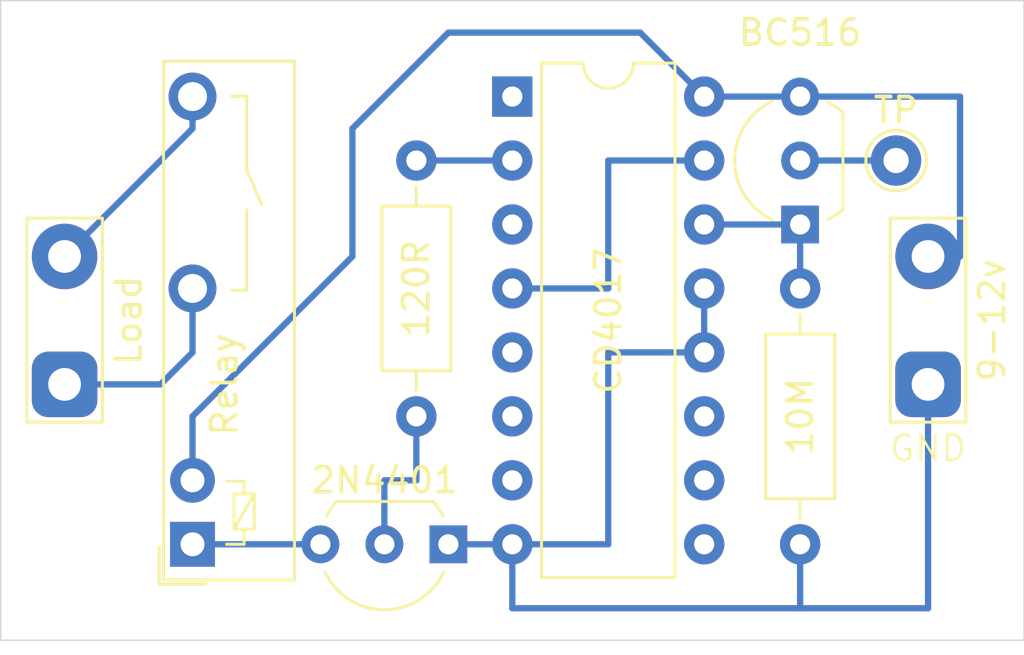
<source format=kicad_pcb>
(kicad_pcb (version 20171130) (host pcbnew "(5.1.5)-3")

  (general
    (thickness 1.6)
    (drawings 5)
    (tracks 36)
    (zones 0)
    (modules 9)
    (nets 1)
  )

  (page A4)
  (layers
    (0 F.Cu signal)
    (31 B.Cu signal)
    (32 B.Adhes user)
    (33 F.Adhes user)
    (34 B.Paste user)
    (35 F.Paste user)
    (36 B.SilkS user)
    (37 F.SilkS user)
    (38 B.Mask user)
    (39 F.Mask user)
    (40 Dwgs.User user)
    (41 Cmts.User user)
    (42 Eco1.User user)
    (43 Eco2.User user)
    (44 Edge.Cuts user)
    (45 Margin user)
    (46 B.CrtYd user)
    (47 F.CrtYd user)
    (48 B.Fab user)
    (49 F.Fab user hide)
  )

  (setup
    (last_trace_width 0.25)
    (trace_clearance 0.2)
    (zone_clearance 0.508)
    (zone_45_only no)
    (trace_min 0.2)
    (via_size 0.8)
    (via_drill 0.4)
    (via_min_size 0.4)
    (via_min_drill 0.3)
    (uvia_size 0.3)
    (uvia_drill 0.1)
    (uvias_allowed no)
    (uvia_min_size 0.2)
    (uvia_min_drill 0.1)
    (edge_width 0.05)
    (segment_width 0.2)
    (pcb_text_width 0.3)
    (pcb_text_size 1.5 1.5)
    (mod_edge_width 0.12)
    (mod_text_size 1 1)
    (mod_text_width 0.15)
    (pad_size 1.524 1.524)
    (pad_drill 0.762)
    (pad_to_mask_clearance 0.051)
    (solder_mask_min_width 0.25)
    (aux_axis_origin 0 0)
    (visible_elements 7FFFFFFF)
    (pcbplotparams
      (layerselection 0x010fc_ffffffff)
      (usegerberextensions false)
      (usegerberattributes false)
      (usegerberadvancedattributes false)
      (creategerberjobfile false)
      (excludeedgelayer true)
      (linewidth 0.100000)
      (plotframeref false)
      (viasonmask false)
      (mode 1)
      (useauxorigin false)
      (hpglpennumber 1)
      (hpglpenspeed 20)
      (hpglpendiameter 15.000000)
      (psnegative false)
      (psa4output false)
      (plotreference true)
      (plotvalue true)
      (plotinvisibletext false)
      (padsonsilk false)
      (subtractmaskfromsilk false)
      (outputformat 1)
      (mirror false)
      (drillshape 1)
      (scaleselection 1)
      (outputdirectory ""))
  )

  (net 0 "")

  (net_class Default "This is the default net class."
    (clearance 0.2)
    (trace_width 0.25)
    (via_dia 0.8)
    (via_drill 0.4)
    (uvia_dia 0.3)
    (uvia_drill 0.1)
  )

  (module TestPoint:TestPoint_2Pads_Pitch5.08mm_Drill1.3mm (layer F.Cu) (tedit 5BD71EB4) (tstamp 5E6D84F2)
    (at 146.05 58.42 90)
    (descr "Test point with 2 pads, pitch 5.08mm, hole diameter 1.3mm, wire diameter 1.0mm")
    (tags "CONN DEV")
    (attr virtual)
    (fp_text reference Load (at 2.54 2.54 90) (layer F.SilkS)
      (effects (font (size 1 1) (thickness 0.15)))
    )
    (fp_text value TestPoint_2Pads_Pitch5.08mm_Drill1.3mm (at 2.54 3 90) (layer F.Fab)
      (effects (font (size 1 1) (thickness 0.15)))
    )
    (fp_line (start 6.6 1.5) (end -1.5 1.5) (layer F.SilkS) (width 0.12))
    (fp_line (start -1.5 -1.5) (end 6.6 -1.5) (layer F.SilkS) (width 0.12))
    (fp_line (start 6.6 1.5) (end 6.6 -1.5) (layer F.SilkS) (width 0.12))
    (fp_line (start -1.5 -1.5) (end -1.5 1.5) (layer F.SilkS) (width 0.12))
    (fp_line (start 5.08 0) (end 0 0) (layer F.Fab) (width 0.1))
    (fp_line (start -1.8 -1.8) (end 6.88 -1.8) (layer F.CrtYd) (width 0.05))
    (fp_line (start -1.8 -1.8) (end -1.8 1.8) (layer F.CrtYd) (width 0.05))
    (fp_line (start 6.88 1.8) (end 6.88 -1.8) (layer F.CrtYd) (width 0.05))
    (fp_line (start 6.88 1.8) (end -1.8 1.8) (layer F.CrtYd) (width 0.05))
    (fp_text user %R (at 2.54 0 90) (layer F.Fab)
      (effects (font (size 1 1) (thickness 0.15)))
    )
    (pad 2 thru_hole circle (at 5.08 0 90) (size 2.6 2.6) (drill 1.3) (layers *.Cu *.Mask))
    (pad 1 thru_hole roundrect (at 0 0 90) (size 2.6 2.6) (drill 1.3) (layers *.Cu *.Mask) (roundrect_rratio 0.25))
  )

  (module Relay_THT:Relay_SPST_TE_PCN-1xxD3MHZ (layer F.Cu) (tedit 5C606F99) (tstamp 5E6D81F6)
    (at 151.13 64.77 90)
    (descr https://www.te.com/commerce/DocumentDelivery/DDEController?Action=showdoc&DocId=Customer+Drawing%7F1461491%7FG2%7Fpdf%7FEnglish%7FENG_CD_1461491_G2.pdf%7F3-1461491-0)
    (tags "SPST relay slim")
    (fp_text reference Relay (at 6.35 1.27 270) (layer F.SilkS)
      (effects (font (size 1 1) (thickness 0.15)))
    )
    (fp_text value Relay_SPST_TE_PCN-1xxD3MHZ (at 9.24 5.79 90) (layer F.Fab)
      (effects (font (size 1 1) (thickness 0.15)))
    )
    (fp_line (start -0.32 -1.05) (end -1.32 -0.04) (layer F.Fab) (width 0.1))
    (fp_line (start -1.59 -1.32) (end -0.1 -1.32) (layer F.SilkS) (width 0.12))
    (fp_line (start -1.59 0.53) (end -1.59 -1.32) (layer F.SilkS) (width 0.12))
    (fp_line (start 10.09 2.15) (end 10.09 1.55) (layer F.SilkS) (width 0.12))
    (fp_line (start 13.29 2.15) (end 10.09 2.15) (layer F.SilkS) (width 0.12))
    (fp_line (start 14.89 2.15) (end 13.49 2.75) (layer F.SilkS) (width 0.12))
    (fp_line (start 17.79 2.15) (end 14.89 2.15) (layer F.SilkS) (width 0.12))
    (fp_line (start 17.79 1.55) (end 17.79 2.15) (layer F.SilkS) (width 0.12))
    (fp_text user 1 (at -0.4 1.95 90) (layer F.Fab)
      (effects (font (size 1 1) (thickness 0.15)))
    )
    (fp_line (start 0.6 1.65) (end 2 2.45) (layer F.SilkS) (width 0.12))
    (fp_line (start 2.5 2.05) (end 2.5 1.35) (layer F.SilkS) (width 0.12))
    (fp_line (start 2 2.05) (end 2.5 2.05) (layer F.SilkS) (width 0.12))
    (fp_line (start 0.6 2.45) (end 0.6 2.05) (layer F.SilkS) (width 0.12))
    (fp_line (start 2 2.45) (end 0.6 2.45) (layer F.SilkS) (width 0.12))
    (fp_line (start 2 1.65) (end 2 2.45) (layer F.SilkS) (width 0.12))
    (fp_line (start 0.6 1.65) (end 2 1.65) (layer F.SilkS) (width 0.12))
    (fp_line (start 0.6 2.05) (end 0.6 1.65) (layer F.SilkS) (width 0.12))
    (fp_line (start 0 2.05) (end 0.6 2.05) (layer F.SilkS) (width 0.12))
    (fp_line (start 0 1.35) (end 0 2.05) (layer F.SilkS) (width 0.12))
    (fp_line (start 19.33 -1.3) (end -1.57 -1.3) (layer F.CrtYd) (width 0.05))
    (fp_line (start 19.33 4.2) (end 19.33 -1.3) (layer F.CrtYd) (width 0.05))
    (fp_line (start -1.57 4.2) (end 19.33 4.2) (layer F.CrtYd) (width 0.05))
    (fp_line (start -1.42 -1.15) (end -1.42 4.05) (layer F.SilkS) (width 0.12))
    (fp_line (start -1.42 4.05) (end 19.18 4.05) (layer F.SilkS) (width 0.12))
    (fp_line (start 19.18 4.05) (end 19.18 -1.15) (layer F.SilkS) (width 0.12))
    (fp_line (start 19.18 -1.15) (end -1.42 -1.15) (layer F.SilkS) (width 0.12))
    (fp_text user %R (at 8.75 1.53 90) (layer F.Fab)
      (effects (font (size 1 1) (thickness 0.15)))
    )
    (fp_line (start -0.32 -1.05) (end 19.08 -1.05) (layer F.Fab) (width 0.1))
    (fp_line (start 19.08 -1.05) (end 19.08 3.95) (layer F.Fab) (width 0.1))
    (fp_line (start 19.08 3.95) (end -1.32 3.95) (layer F.Fab) (width 0.1))
    (fp_line (start -1.32 3.95) (end -1.32 -0.04) (layer F.Fab) (width 0.1))
    (fp_line (start -1.57 -1.3) (end -1.57 4.2) (layer F.CrtYd) (width 0.05))
    (pad 4 thru_hole circle (at 17.78 0 90) (size 1.9 1.9) (drill 1.15) (layers *.Cu *.Mask))
    (pad 3 thru_hole circle (at 10.16 0 90) (size 1.9 1.9) (drill 1.15) (layers *.Cu *.Mask))
    (pad 1 thru_hole rect (at 0 0 90) (size 1.778 1.778) (drill 0.95) (layers *.Cu *.Mask))
    (pad 2 thru_hole circle (at 2.54 0 90) (size 1.778 1.778) (drill 0.95) (layers *.Cu *.Mask))
    (model ${KISYS3DMOD}/Relay_THT.3dshapes/Relay_SPST_TE_PCN-1xxD3MHZ.wrl
      (at (xyz 0 0 0))
      (scale (xyz 1 1 1))
      (rotate (xyz 0 0 0))
    )
  )

  (module TestPoint:TestPoint_THTPad_D2.0mm_Drill1.0mm (layer F.Cu) (tedit 5A0F774F) (tstamp 5E6D6ADD)
    (at 179.07 49.53)
    (descr "THT pad as test Point, diameter 2.0mm, hole diameter 1.0mm")
    (tags "test point THT pad")
    (attr virtual)
    (fp_text reference TP (at 0 -1.998) (layer F.SilkS)
      (effects (font (size 1 1) (thickness 0.15)))
    )
    (fp_text value TestPoint_THTPad_D2.0mm_Drill1.0mm (at 0 2.05) (layer F.Fab)
      (effects (font (size 1 1) (thickness 0.15)))
    )
    (fp_circle (center 0 0) (end 0 1.2) (layer F.SilkS) (width 0.12))
    (fp_circle (center 0 0) (end 1.5 0) (layer F.CrtYd) (width 0.05))
    (fp_text user %R (at 0 -2) (layer F.Fab)
      (effects (font (size 1 1) (thickness 0.15)))
    )
    (pad 1 thru_hole circle (at 0 0) (size 2 2) (drill 1) (layers *.Cu *.Mask))
  )

  (module Package_TO_SOT_THT:TO-92L_Inline_Wide (layer F.Cu) (tedit 5A11996A) (tstamp 5E6D67D0)
    (at 161.29 64.77 180)
    (descr "TO-92L leads in-line (large body variant of TO-92), also known as TO-226, wide, drill 0.75mm (see https://www.diodes.com/assets/Package-Files/TO92L.pdf and http://www.ti.com/lit/an/snoa059/snoa059.pdf)")
    (tags "TO-92L Inline Wide transistor")
    (fp_text reference 2N4401 (at 2.54 2.54) (layer F.SilkS)
      (effects (font (size 1 1) (thickness 0.15)))
    )
    (fp_text value TO-92L_Inline_Wide (at 2.54 2.79) (layer F.Fab)
      (effects (font (size 1 1) (thickness 0.15)))
    )
    (fp_arc (start 2.54 0) (end 4.45 1.7) (angle -15.88591585) (layer F.SilkS) (width 0.12))
    (fp_arc (start 2.54 0) (end 2.54 -2.48) (angle -130.2499344) (layer F.Fab) (width 0.1))
    (fp_arc (start 2.54 0) (end 2.54 -2.48) (angle 129.9527847) (layer F.Fab) (width 0.1))
    (fp_arc (start 2.54 0) (end 2.54 -2.6) (angle 65) (layer F.SilkS) (width 0.12))
    (fp_arc (start 2.54 0) (end 2.54 -2.6) (angle -65) (layer F.SilkS) (width 0.12))
    (fp_arc (start 2.54 0) (end 0.6 1.7) (angle 15.44288892) (layer F.SilkS) (width 0.12))
    (fp_line (start 6.1 1.85) (end -1 1.85) (layer F.CrtYd) (width 0.05))
    (fp_line (start 6.1 1.85) (end 6.1 -2.75) (layer F.CrtYd) (width 0.05))
    (fp_line (start -1 -2.75) (end -1 1.85) (layer F.CrtYd) (width 0.05))
    (fp_line (start -1 -2.75) (end 6.1 -2.75) (layer F.CrtYd) (width 0.05))
    (fp_line (start 0.65 1.6) (end 4.4 1.6) (layer F.Fab) (width 0.1))
    (fp_line (start 0.6 1.7) (end 4.45 1.7) (layer F.SilkS) (width 0.12))
    (fp_text user %R (at 2.54 -3.56) (layer F.Fab)
      (effects (font (size 1 1) (thickness 0.15)))
    )
    (pad 1 thru_hole rect (at 0 0 270) (size 1.5 1.5) (drill 0.8) (layers *.Cu *.Mask))
    (pad 3 thru_hole circle (at 5.08 0 270) (size 1.5 1.5) (drill 0.8) (layers *.Cu *.Mask))
    (pad 2 thru_hole circle (at 2.54 0 270) (size 1.5 1.5) (drill 0.8) (layers *.Cu *.Mask))
    (model ${KISYS3DMOD}/Package_TO_SOT_THT.3dshapes/TO-92L_Inline_Wide.wrl
      (at (xyz 0 0 0))
      (scale (xyz 1 1 1))
      (rotate (xyz 0 0 0))
    )
  )

  (module Resistor_THT:R_Axial_DIN0207_L6.3mm_D2.5mm_P10.16mm_Horizontal (layer F.Cu) (tedit 5AE5139B) (tstamp 5E6D65BC)
    (at 160.02 59.69 90)
    (descr "Resistor, Axial_DIN0207 series, Axial, Horizontal, pin pitch=10.16mm, 0.25W = 1/4W, length*diameter=6.3*2.5mm^2, http://cdn-reichelt.de/documents/datenblatt/B400/1_4W%23YAG.pdf")
    (tags "Resistor Axial_DIN0207 series Axial Horizontal pin pitch 10.16mm 0.25W = 1/4W length 6.3mm diameter 2.5mm")
    (fp_text reference 120R (at 5.08 0 90) (layer F.SilkS)
      (effects (font (size 1 1) (thickness 0.15)))
    )
    (fp_text value R_Axial_DIN0207_L6.3mm_D2.5mm_P10.16mm_Horizontal (at 5.08 2.37 90) (layer F.Fab)
      (effects (font (size 1 1) (thickness 0.15)))
    )
    (fp_text user %R (at 5.08 0 90) (layer F.Fab)
      (effects (font (size 1 1) (thickness 0.15)))
    )
    (fp_line (start 11.21 -1.5) (end -1.05 -1.5) (layer F.CrtYd) (width 0.05))
    (fp_line (start 11.21 1.5) (end 11.21 -1.5) (layer F.CrtYd) (width 0.05))
    (fp_line (start -1.05 1.5) (end 11.21 1.5) (layer F.CrtYd) (width 0.05))
    (fp_line (start -1.05 -1.5) (end -1.05 1.5) (layer F.CrtYd) (width 0.05))
    (fp_line (start 9.12 0) (end 8.35 0) (layer F.SilkS) (width 0.12))
    (fp_line (start 1.04 0) (end 1.81 0) (layer F.SilkS) (width 0.12))
    (fp_line (start 8.35 -1.37) (end 1.81 -1.37) (layer F.SilkS) (width 0.12))
    (fp_line (start 8.35 1.37) (end 8.35 -1.37) (layer F.SilkS) (width 0.12))
    (fp_line (start 1.81 1.37) (end 8.35 1.37) (layer F.SilkS) (width 0.12))
    (fp_line (start 1.81 -1.37) (end 1.81 1.37) (layer F.SilkS) (width 0.12))
    (fp_line (start 10.16 0) (end 8.23 0) (layer F.Fab) (width 0.1))
    (fp_line (start 0 0) (end 1.93 0) (layer F.Fab) (width 0.1))
    (fp_line (start 8.23 -1.25) (end 1.93 -1.25) (layer F.Fab) (width 0.1))
    (fp_line (start 8.23 1.25) (end 8.23 -1.25) (layer F.Fab) (width 0.1))
    (fp_line (start 1.93 1.25) (end 8.23 1.25) (layer F.Fab) (width 0.1))
    (fp_line (start 1.93 -1.25) (end 1.93 1.25) (layer F.Fab) (width 0.1))
    (pad 2 thru_hole oval (at 10.16 0 90) (size 1.6 1.6) (drill 0.8) (layers *.Cu *.Mask))
    (pad 1 thru_hole circle (at 0 0 90) (size 1.6 1.6) (drill 0.8) (layers *.Cu *.Mask))
    (model ${KISYS3DMOD}/Resistor_THT.3dshapes/R_Axial_DIN0207_L6.3mm_D2.5mm_P10.16mm_Horizontal.wrl
      (at (xyz 0 0 0))
      (scale (xyz 1 1 1))
      (rotate (xyz 0 0 0))
    )
  )

  (module Resistor_THT:R_Axial_DIN0207_L6.3mm_D2.5mm_P10.16mm_Horizontal (layer F.Cu) (tedit 5AE5139B) (tstamp 5E6D6472)
    (at 175.26 64.77 90)
    (descr "Resistor, Axial_DIN0207 series, Axial, Horizontal, pin pitch=10.16mm, 0.25W = 1/4W, length*diameter=6.3*2.5mm^2, http://cdn-reichelt.de/documents/datenblatt/B400/1_4W%23YAG.pdf")
    (tags "Resistor Axial_DIN0207 series Axial Horizontal pin pitch 10.16mm 0.25W = 1/4W length 6.3mm diameter 2.5mm")
    (fp_text reference 10M (at 5.08 0 90) (layer F.SilkS)
      (effects (font (size 1 1) (thickness 0.15)))
    )
    (fp_text value R_Axial_DIN0207_L6.3mm_D2.5mm_P10.16mm_Horizontal (at 5.08 2.37 90) (layer F.Fab)
      (effects (font (size 1 1) (thickness 0.15)))
    )
    (fp_text user %R (at 5.08 0 90) (layer F.Fab)
      (effects (font (size 1 1) (thickness 0.15)))
    )
    (fp_line (start 11.21 -1.5) (end -1.05 -1.5) (layer F.CrtYd) (width 0.05))
    (fp_line (start 11.21 1.5) (end 11.21 -1.5) (layer F.CrtYd) (width 0.05))
    (fp_line (start -1.05 1.5) (end 11.21 1.5) (layer F.CrtYd) (width 0.05))
    (fp_line (start -1.05 -1.5) (end -1.05 1.5) (layer F.CrtYd) (width 0.05))
    (fp_line (start 9.12 0) (end 8.35 0) (layer F.SilkS) (width 0.12))
    (fp_line (start 1.04 0) (end 1.81 0) (layer F.SilkS) (width 0.12))
    (fp_line (start 8.35 -1.37) (end 1.81 -1.37) (layer F.SilkS) (width 0.12))
    (fp_line (start 8.35 1.37) (end 8.35 -1.37) (layer F.SilkS) (width 0.12))
    (fp_line (start 1.81 1.37) (end 8.35 1.37) (layer F.SilkS) (width 0.12))
    (fp_line (start 1.81 -1.37) (end 1.81 1.37) (layer F.SilkS) (width 0.12))
    (fp_line (start 10.16 0) (end 8.23 0) (layer F.Fab) (width 0.1))
    (fp_line (start 0 0) (end 1.93 0) (layer F.Fab) (width 0.1))
    (fp_line (start 8.23 -1.25) (end 1.93 -1.25) (layer F.Fab) (width 0.1))
    (fp_line (start 8.23 1.25) (end 8.23 -1.25) (layer F.Fab) (width 0.1))
    (fp_line (start 1.93 1.25) (end 8.23 1.25) (layer F.Fab) (width 0.1))
    (fp_line (start 1.93 -1.25) (end 1.93 1.25) (layer F.Fab) (width 0.1))
    (pad 2 thru_hole oval (at 10.16 0 90) (size 1.6 1.6) (drill 0.8) (layers *.Cu *.Mask))
    (pad 1 thru_hole circle (at 0 0 90) (size 1.6 1.6) (drill 0.8) (layers *.Cu *.Mask))
    (model ${KISYS3DMOD}/Resistor_THT.3dshapes/R_Axial_DIN0207_L6.3mm_D2.5mm_P10.16mm_Horizontal.wrl
      (at (xyz 0 0 0))
      (scale (xyz 1 1 1))
      (rotate (xyz 0 0 0))
    )
  )

  (module TestPoint:TestPoint_2Pads_Pitch5.08mm_Drill1.3mm (layer F.Cu) (tedit 5BD71EB4) (tstamp 5E6D617F)
    (at 180.34 58.42 90)
    (descr "Test point with 2 pads, pitch 5.08mm, hole diameter 1.3mm, wire diameter 1.0mm")
    (tags "CONN DEV")
    (attr virtual)
    (fp_text reference 9-12v (at 2.54 2.54 90) (layer F.SilkS)
      (effects (font (size 1 1) (thickness 0.15)))
    )
    (fp_text value TestPoint_2Pads_Pitch5.08mm_Drill1.3mm (at 2.54 3 90) (layer F.Fab)
      (effects (font (size 1 1) (thickness 0.15)))
    )
    (fp_line (start 6.6 1.5) (end -1.5 1.5) (layer F.SilkS) (width 0.12))
    (fp_line (start -1.5 -1.5) (end 6.6 -1.5) (layer F.SilkS) (width 0.12))
    (fp_line (start 6.6 1.5) (end 6.6 -1.5) (layer F.SilkS) (width 0.12))
    (fp_line (start -1.5 -1.5) (end -1.5 1.5) (layer F.SilkS) (width 0.12))
    (fp_line (start 5.08 0) (end 0 0) (layer F.Fab) (width 0.1))
    (fp_line (start -1.8 -1.8) (end 6.88 -1.8) (layer F.CrtYd) (width 0.05))
    (fp_line (start -1.8 -1.8) (end -1.8 1.8) (layer F.CrtYd) (width 0.05))
    (fp_line (start 6.88 1.8) (end 6.88 -1.8) (layer F.CrtYd) (width 0.05))
    (fp_line (start 6.88 1.8) (end -1.8 1.8) (layer F.CrtYd) (width 0.05))
    (fp_text user %R (at 2.54 0 90) (layer F.Fab)
      (effects (font (size 1 1) (thickness 0.15)))
    )
    (pad 2 thru_hole circle (at 5.08 0 90) (size 2.6 2.6) (drill 1.3) (layers *.Cu *.Mask))
    (pad 1 thru_hole roundrect (at 0 0 90) (size 2.6 2.6) (drill 1.3) (layers *.Cu *.Mask) (roundrect_rratio 0.25))
  )

  (module Package_TO_SOT_THT:TO-92L_Inline_Wide (layer F.Cu) (tedit 5A11996A) (tstamp 5E6D6023)
    (at 175.26 52.07 90)
    (descr "TO-92L leads in-line (large body variant of TO-92), also known as TO-226, wide, drill 0.75mm (see https://www.diodes.com/assets/Package-Files/TO92L.pdf and http://www.ti.com/lit/an/snoa059/snoa059.pdf)")
    (tags "TO-92L Inline Wide transistor")
    (fp_text reference BC516 (at 7.62 0) (layer F.SilkS)
      (effects (font (size 1 1) (thickness 0.15)))
    )
    (fp_text value TO-92L_Inline_Wide (at 2.54 2.79 90) (layer F.Fab)
      (effects (font (size 1 1) (thickness 0.15)))
    )
    (fp_arc (start 2.54 0) (end 4.45 1.7) (angle -15.88591585) (layer F.SilkS) (width 0.12))
    (fp_arc (start 2.54 0) (end 2.54 -2.48) (angle -130.2499344) (layer F.Fab) (width 0.1))
    (fp_arc (start 2.54 0) (end 2.54 -2.48) (angle 129.9527847) (layer F.Fab) (width 0.1))
    (fp_arc (start 2.54 0) (end 2.54 -2.6) (angle 65) (layer F.SilkS) (width 0.12))
    (fp_arc (start 2.54 0) (end 2.54 -2.6) (angle -65) (layer F.SilkS) (width 0.12))
    (fp_arc (start 2.54 0) (end 0.6 1.7) (angle 15.44288892) (layer F.SilkS) (width 0.12))
    (fp_line (start 6.1 1.85) (end -1 1.85) (layer F.CrtYd) (width 0.05))
    (fp_line (start 6.1 1.85) (end 6.1 -2.75) (layer F.CrtYd) (width 0.05))
    (fp_line (start -1 -2.75) (end -1 1.85) (layer F.CrtYd) (width 0.05))
    (fp_line (start -1 -2.75) (end 6.1 -2.75) (layer F.CrtYd) (width 0.05))
    (fp_line (start 0.65 1.6) (end 4.4 1.6) (layer F.Fab) (width 0.1))
    (fp_line (start 0.6 1.7) (end 4.45 1.7) (layer F.SilkS) (width 0.12))
    (fp_text user %R (at 2.54 -3.56 90) (layer F.Fab)
      (effects (font (size 1 1) (thickness 0.15)))
    )
    (pad 1 thru_hole rect (at 0 0 180) (size 1.5 1.5) (drill 0.8) (layers *.Cu *.Mask))
    (pad 3 thru_hole circle (at 5.08 0 180) (size 1.5 1.5) (drill 0.8) (layers *.Cu *.Mask))
    (pad 2 thru_hole circle (at 2.54 0 180) (size 1.5 1.5) (drill 0.8) (layers *.Cu *.Mask))
    (model ${KISYS3DMOD}/Package_TO_SOT_THT.3dshapes/TO-92L_Inline_Wide.wrl
      (at (xyz 0 0 0))
      (scale (xyz 1 1 1))
      (rotate (xyz 0 0 0))
    )
  )

  (module Package_DIP:DIP-16_W7.62mm (layer F.Cu) (tedit 5A02E8C5) (tstamp 5E6D58E7)
    (at 163.83 46.99)
    (descr "16-lead though-hole mounted DIP package, row spacing 7.62 mm (300 mils)")
    (tags "THT DIP DIL PDIP 2.54mm 7.62mm 300mil")
    (fp_text reference CD4017 (at 3.81 8.89 90) (layer F.SilkS)
      (effects (font (size 1 1) (thickness 0.15)))
    )
    (fp_text value DIP-16_W7.62mm (at 3.81 20.11) (layer F.Fab)
      (effects (font (size 1 1) (thickness 0.15)))
    )
    (fp_text user %R (at 3.81 8.89) (layer F.Fab)
      (effects (font (size 1 1) (thickness 0.15)))
    )
    (fp_line (start 8.7 -1.55) (end -1.1 -1.55) (layer F.CrtYd) (width 0.05))
    (fp_line (start 8.7 19.3) (end 8.7 -1.55) (layer F.CrtYd) (width 0.05))
    (fp_line (start -1.1 19.3) (end 8.7 19.3) (layer F.CrtYd) (width 0.05))
    (fp_line (start -1.1 -1.55) (end -1.1 19.3) (layer F.CrtYd) (width 0.05))
    (fp_line (start 6.46 -1.33) (end 4.81 -1.33) (layer F.SilkS) (width 0.12))
    (fp_line (start 6.46 19.11) (end 6.46 -1.33) (layer F.SilkS) (width 0.12))
    (fp_line (start 1.16 19.11) (end 6.46 19.11) (layer F.SilkS) (width 0.12))
    (fp_line (start 1.16 -1.33) (end 1.16 19.11) (layer F.SilkS) (width 0.12))
    (fp_line (start 2.81 -1.33) (end 1.16 -1.33) (layer F.SilkS) (width 0.12))
    (fp_line (start 0.635 -0.27) (end 1.635 -1.27) (layer F.Fab) (width 0.1))
    (fp_line (start 0.635 19.05) (end 0.635 -0.27) (layer F.Fab) (width 0.1))
    (fp_line (start 6.985 19.05) (end 0.635 19.05) (layer F.Fab) (width 0.1))
    (fp_line (start 6.985 -1.27) (end 6.985 19.05) (layer F.Fab) (width 0.1))
    (fp_line (start 1.635 -1.27) (end 6.985 -1.27) (layer F.Fab) (width 0.1))
    (fp_arc (start 3.81 -1.33) (end 2.81 -1.33) (angle -180) (layer F.SilkS) (width 0.12))
    (pad 16 thru_hole oval (at 7.62 0) (size 1.6 1.6) (drill 0.8) (layers *.Cu *.Mask))
    (pad 8 thru_hole oval (at 0 17.78) (size 1.6 1.6) (drill 0.8) (layers *.Cu *.Mask))
    (pad 15 thru_hole oval (at 7.62 2.54) (size 1.6 1.6) (drill 0.8) (layers *.Cu *.Mask))
    (pad 7 thru_hole oval (at 0 15.24) (size 1.6 1.6) (drill 0.8) (layers *.Cu *.Mask))
    (pad 14 thru_hole oval (at 7.62 5.08) (size 1.6 1.6) (drill 0.8) (layers *.Cu *.Mask))
    (pad 6 thru_hole oval (at 0 12.7) (size 1.6 1.6) (drill 0.8) (layers *.Cu *.Mask))
    (pad 13 thru_hole oval (at 7.62 7.62) (size 1.6 1.6) (drill 0.8) (layers *.Cu *.Mask))
    (pad 5 thru_hole oval (at 0 10.16) (size 1.6 1.6) (drill 0.8) (layers *.Cu *.Mask))
    (pad 12 thru_hole oval (at 7.62 10.16) (size 1.6 1.6) (drill 0.8) (layers *.Cu *.Mask))
    (pad 4 thru_hole oval (at 0 7.62) (size 1.6 1.6) (drill 0.8) (layers *.Cu *.Mask))
    (pad 11 thru_hole oval (at 7.62 12.7) (size 1.6 1.6) (drill 0.8) (layers *.Cu *.Mask))
    (pad 3 thru_hole oval (at 0 5.08) (size 1.6 1.6) (drill 0.8) (layers *.Cu *.Mask))
    (pad 10 thru_hole oval (at 7.62 15.24) (size 1.6 1.6) (drill 0.8) (layers *.Cu *.Mask))
    (pad 2 thru_hole oval (at 0 2.54) (size 1.6 1.6) (drill 0.8) (layers *.Cu *.Mask))
    (pad 9 thru_hole oval (at 7.62 17.78) (size 1.6 1.6) (drill 0.8) (layers *.Cu *.Mask))
    (pad 1 thru_hole rect (at 0 0) (size 1.6 1.6) (drill 0.8) (layers *.Cu *.Mask))
    (model ${KISYS3DMOD}/Package_DIP.3dshapes/DIP-16_W7.62mm.wrl
      (at (xyz 0 0 0))
      (scale (xyz 1 1 1))
      (rotate (xyz 0 0 0))
    )
  )

  (gr_line (start 143.51 43.18) (end 184.15 43.18) (layer Edge.Cuts) (width 0.05) (tstamp 5E6D8520))
  (gr_line (start 143.51 68.58) (end 143.51 43.18) (layer Edge.Cuts) (width 0.05))
  (gr_line (start 184.15 68.58) (end 143.51 68.58) (layer Edge.Cuts) (width 0.05))
  (gr_line (start 184.15 68.58) (end 184.15 43.18) (layer Edge.Cuts) (width 0.05))
  (gr_text GND (at 180.34 60.96) (layer F.SilkS)
    (effects (font (size 1 1) (thickness 0.1)))
  )

  (segment (start 171.45 49.53) (end 167.64 49.53) (width 0.25) (layer B.Cu) (net 0))
  (segment (start 167.64 49.53) (end 167.64 54.61) (width 0.25) (layer B.Cu) (net 0))
  (segment (start 167.64 54.61) (end 163.83 54.61) (width 0.25) (layer B.Cu) (net 0))
  (segment (start 171.45 54.61) (end 171.45 57.15) (width 0.25) (layer B.Cu) (net 0))
  (segment (start 171.45 57.15) (end 167.64 57.15) (width 0.25) (layer B.Cu) (net 0))
  (segment (start 167.64 57.15) (end 167.64 64.77) (width 0.25) (layer B.Cu) (net 0))
  (segment (start 167.64 64.77) (end 163.83 64.77) (width 0.25) (layer B.Cu) (net 0))
  (segment (start 160.02 49.53) (end 163.83 49.53) (width 0.25) (layer B.Cu) (net 0))
  (segment (start 163.83 64.77) (end 163.83 67.31) (width 0.25) (layer B.Cu) (net 0))
  (segment (start 179.07 49.53) (end 175.26 49.53) (width 0.25) (layer B.Cu) (net 0))
  (segment (start 171.45 52.07) (end 175.26 52.07) (width 0.25) (layer B.Cu) (net 0))
  (segment (start 175.26 52.07) (end 175.26 54.61) (width 0.25) (layer B.Cu) (net 0))
  (segment (start 175.26 64.77) (end 175.26 67.31) (width 0.25) (layer B.Cu) (net 0))
  (segment (start 175.26 67.31) (end 163.83 67.31) (width 0.25) (layer B.Cu) (net 0))
  (segment (start 171.45 46.99) (end 175.26 46.99) (width 0.25) (layer B.Cu) (net 0))
  (segment (start 181.61 53.34) (end 180.34 53.34) (width 0.25) (layer F.Cu) (net 0))
  (segment (start 175.26 46.99) (end 181.61 46.99) (width 0.25) (layer B.Cu) (net 0))
  (segment (start 181.61 46.99) (end 181.61 53.34) (width 0.25) (layer B.Cu) (net 0))
  (segment (start 180.34 58.42) (end 180.34 67.31) (width 0.25) (layer B.Cu) (net 0))
  (segment (start 180.34 67.31) (end 175.26 67.31) (width 0.25) (layer B.Cu) (net 0))
  (segment (start 161.29 64.77) (end 163.83 64.77) (width 0.25) (layer B.Cu) (net 0))
  (segment (start 158.75 64.77) (end 158.75 62.23) (width 0.25) (layer B.Cu) (net 0))
  (segment (start 158.75 62.23) (end 160.02 62.23) (width 0.25) (layer B.Cu) (net 0))
  (segment (start 160.02 62.23) (end 160.02 59.69) (width 0.25) (layer B.Cu) (net 0))
  (segment (start 151.13 64.77) (end 156.21 64.77) (width 0.25) (layer B.Cu) (net 0))
  (segment (start 151.13 48.26) (end 151.13 46.99) (width 0.25) (layer B.Cu) (net 0))
  (segment (start 146.05 53.34) (end 151.13 48.26) (width 0.25) (layer B.Cu) (net 0))
  (segment (start 146.05 58.42) (end 149.86 58.42) (width 0.25) (layer B.Cu) (net 0))
  (segment (start 151.13 57.15) (end 151.13 54.61) (width 0.25) (layer B.Cu) (net 0))
  (segment (start 149.86 58.42) (end 151.13 57.15) (width 0.25) (layer B.Cu) (net 0))
  (segment (start 151.13 62.23) (end 151.13 59.69) (width 0.25) (layer B.Cu) (net 0))
  (segment (start 151.13 59.69) (end 157.48 53.34) (width 0.25) (layer B.Cu) (net 0))
  (segment (start 157.48 53.34) (end 157.48 48.26) (width 0.25) (layer B.Cu) (net 0))
  (segment (start 157.48 48.26) (end 161.29 44.45) (width 0.25) (layer B.Cu) (net 0))
  (segment (start 168.91 44.45) (end 171.45 46.99) (width 0.25) (layer B.Cu) (net 0))
  (segment (start 161.29 44.45) (end 168.91 44.45) (width 0.25) (layer B.Cu) (net 0))

)

</source>
